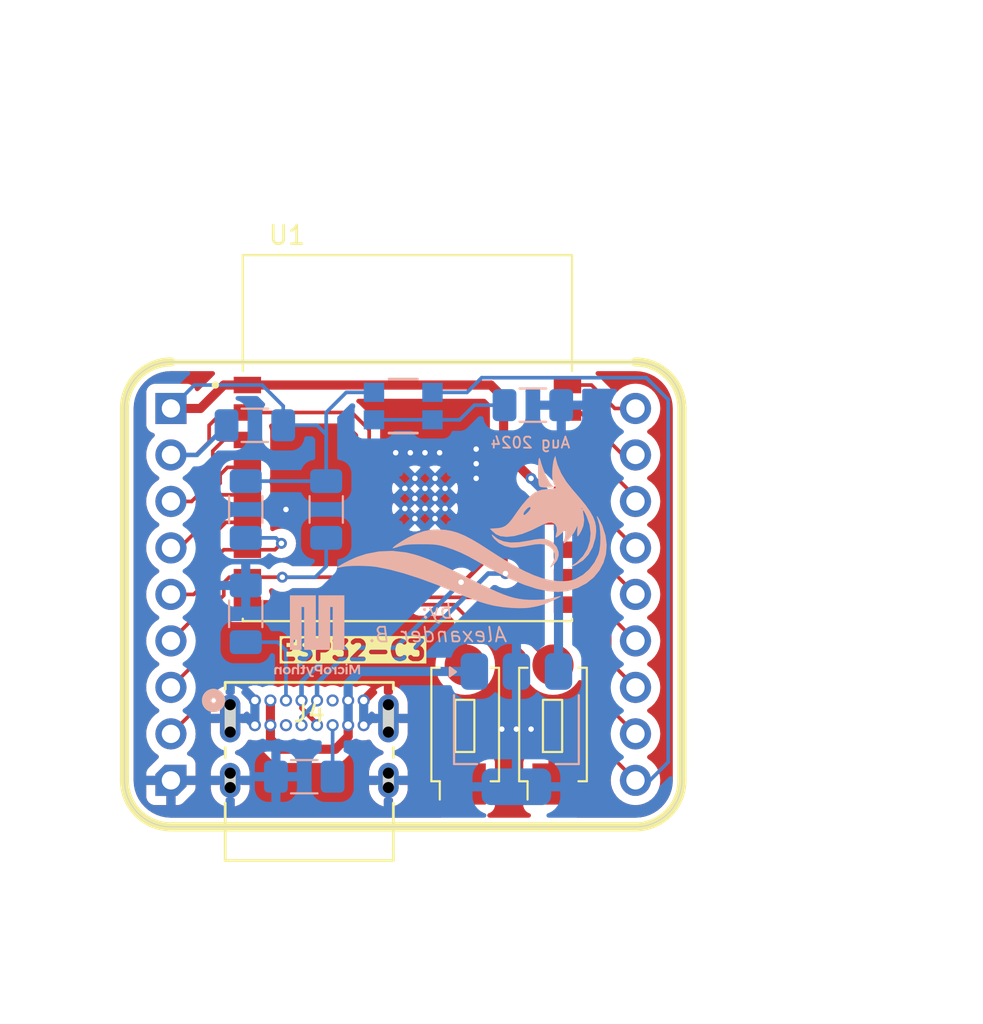
<source format=kicad_pcb>
(kicad_pcb (version 20241229) (generator "pcbnew") (generator_version "9.0")
  (layers (0 "F.Cu" signal) (2 "B.Cu" signal) (13 "F.Paste" user) (15 "B.Paste" user) (5 "F.SilkS" user "F.Silkscreen") (7 "B.SilkS" user "B.Silkscreen") (1 "F.Mask" user) (3 "B.Mask" user) (25 "Edge.Cuts" user))
  (net 0 "")
  (net 1 "GPIO3")
  (net 2 "GND")
  (net 3 "GPIO2")
  (net 4 "GPIO1")
  (net 5 "GPIO0")
  (net 6 "GPIO4")
  (net 7 "VBUS")
  (net 8 "GPIO7")
  (net 9 "USB_D+")
  (net 10 "UART-RX")
  (net 11 "USB_D-")
  (net 12 "GPIO5")
  (net 13 "GPIO8")
  (net 14 "UART-TX")
  (net 15 "GPIO10")
  (net 16 "EN")
  (net 17 "GPIO9")
  (net 18 "3V3")
  (net 19 "GPIO6")
  (net 20 "Net-(LED1-GND-Pad1)")
  (net 21 "Net-(J4-CC2)")
  (net 22 "Net-(J4-CC1)")
  (footprint "Alexander Footprint Library:ESP32-C3-WROOM-02-H4" (layer "F.Cu") (at 156.94 61.1)
    (property "Reference" "U1" (at -6.575 -11.085 0) (layer "F.SilkS"))
    (property "Value" "ESP32-C3-WROOM-02-N4")
    (pad "1" smd rect (at -8.75 -2.9) (size 1.5 0.9) (layers "F.Cu" "F.Mask" "F.Paste") (net 18 "3V3"))
    (pad "2" smd rect (at -8.75 -1.4) (size 1.5 0.9) (layers "F.Cu" "F.Mask" "F.Paste") (net 16 "EN"))
    (pad "3" smd rect (at -8.75 0.1) (size 1.5 0.9) (layers "F.Cu" "F.Mask" "F.Paste") (net 6 "GPIO4"))
    (pad "4" smd rect (at -8.75 1.6) (size 1.5 0.9) (layers "F.Cu" "F.Mask" "F.Paste") (net 12 "GPIO5"))
    (pad "5" smd rect (at -8.75 3.1) (size 1.5 0.9) (layers "F.Cu" "F.Mask" "F.Paste") (net 19 "GPIO6"))
    (pad "6" smd rect (at -8.75 4.6) (size 1.5 0.9) (layers "F.Cu" "F.Mask" "F.Paste") (net 8 "GPIO7"))
    (pad "7" smd rect (at -8.75 6.1) (size 1.5 0.9) (layers "F.Cu" "F.Mask" "F.Paste") (net 13 "GPIO8"))
    (pad "8" smd rect (at -8.75 7.6) (size 1.5 0.9) (layers "F.Cu" "F.Mask" "F.Paste") (net 17 "GPIO9"))
    (pad "9" smd rect (at -8.75 9.1) (size 1.5 0.9) (layers "F.Cu" "F.Mask" "F.Paste") (net 2 "GND"))
    (pad "10" smd rect (at 8.75 9.1) (size 1.5 0.9) (layers "F.Cu" "F.Mask" "F.Paste") (net 15 "GPIO10"))
    (pad "11" smd rect (at 8.75 7.6) (size 1.5 0.9) (layers "F.Cu" "F.Mask" "F.Paste") (net 10 "UART-RX"))
    (pad "12" smd rect (at 8.75 6.1) (size 1.5 0.9) (layers "F.Cu" "F.Mask" "F.Paste") (net 14 "UART-TX"))
    (pad "13" smd rect (at 8.75 4.6) (size 1.5 0.9) (layers "F.Cu" "F.Mask" "F.Paste") (net 11 "USB_D-"))
    (pad "14" smd rect (at 8.75 3.1) (size 1.5 0.9) (layers "F.Cu" "F.Mask" "F.Paste") (net 9 "USB_D+"))
    (pad "15" smd rect (at 8.75 1.6) (size 1.5 0.9) (layers "F.Cu" "F.Mask" "F.Paste") (net 1 "GPIO3"))
    (pad "16" smd rect (at 8.75 0.1) (size 1.5 0.9) (layers "F.Cu" "F.Mask" "F.Paste") (net 3 "GPIO2"))
    (pad "17" smd rect (at 8.75 -1.4) (size 1.5 0.9) (layers "F.Cu" "F.Mask" "F.Paste") (net 4 "GPIO1"))
    (pad "18" smd rect (at 8.75 -2.9) (size 1.5 0.9) (layers "F.Cu" "F.Mask" "F.Paste") (net 5 "GPIO0"))
    (pad "19" smd rect (at -0.14 2.2) (size 0.7 0.7) (layers "F.Cu" "F.Mask" "F.Paste") (net 2 "GND"))
    (pad "20" smd rect (at 0.96 2.2) (size 0.7 0.7) (layers "F.Cu" "F.Mask" "F.Paste") (net 2 "GND"))
    (pad "21" smd rect (at 2.06 2.2) (size 0.7 0.7) (layers "F.Cu" "F.Mask" "F.Paste") (net 2 "GND"))
    (pad "22" smd rect (at -0.14 3.3) (size 0.7 0.7) (layers "F.Cu" "F.Mask" "F.Paste") (net 2 "GND"))
    (pad "23" smd rect (at 0.96 3.3) (size 0.7 0.7) (layers "F.Cu" "F.Mask" "F.Paste") (net 2 "GND"))
    (pad "24" smd rect (at 2.06 3.3) (size 0.7 0.7) (layers "F.Cu" "F.Mask" "F.Paste") (net 2 "GND"))
    (pad "25" smd rect (at -0.14 4.4) (size 0.7 0.7) (layers "F.Cu" "F.Mask" "F.Paste") (net 2 "GND"))
    (pad "26" smd rect (at 0.96 4.4) (size 0.7 0.7) (layers "F.Cu" "F.Mask" "F.Paste") (net 2 "GND"))
    (pad "27" smd rect (at 2.06 4.4) (size 0.7 0.7) (layers "F.Cu" "F.Mask" "F.Paste") (net 2 "GND"))
    (pad "28" thru_hole circle (at 0.41 2.2) (size 0.4 0.4) (drill 0.3) (layers "*.Cu") (net 2 "GND"))
    (pad "29" thru_hole circle (at 1.51 2.2) (size 0.4 0.4) (drill 0.3) (layers "*.Cu") (net 2 "GND"))
    (pad "30" thru_hole circle (at -0.14 2.75) (size 0.4 0.4) (drill 0.3) (layers "*.Cu") (net 2 "GND"))
    (pad "31" thru_hole circle (at 0.96 2.75) (size 0.4 0.4) (drill 0.3) (layers "*.Cu") (net 2 "GND"))
    (pad "32" thru_hole circle (at 2.06 2.75) (size 0.4 0.4) (drill 0.3) (layers "*.Cu") (net 2 "GND"))
    (pad "33" thru_hole circle (at 0.41 3.3) (size 0.4 0.4) (drill 0.3) (layers "*.Cu") (net 2 "GND"))
    (pad "34" thru_hole circle (at 1.51 3.3) (size 0.4 0.4) (drill 0.3) (layers "*.Cu") (net 2 "GND"))
    (pad "35" thru_hole circle (at -0.14 3.85) (size 0.4 0.4) (drill 0.3) (layers "*.Cu") (net 2 "GND"))
    (pad "36" thru_hole circle (at 0.96 3.85) (size 0.4 0.4) (drill 0.3) (layers "*.Cu") (net 2 "GND"))
    (pad "37" thru_hole circle (at 2.06 3.85) (size 0.4 0.4) (drill 0.3) (layers "*.Cu") (net 2 "GND"))
    (pad "38" thru_hole circle (at 0.41 4.4) (size 0.4 0.4) (drill 0.3) (layers "*.Cu") (net 2 "GND"))
    (pad "39" thru_hole circle (at 1.51 4.4) (size 0.4 0.4) (drill 0.3) (layers "*.Cu") (net 2 "GND"))
    (zone (net 0) (net_name "") (layer "F.Cu") (connect_pads (clearance 0)) (min_thickness 0.01)
      (keepout (tracks not_allowed) (vias not_allowed) (pads not_allowed) (copperpour not_allowed) (footprints allowed))
      (fill (thermal_gap 0.508) (thermal_bridge_width 0.508))
      (polygon (pts (xy 147.94 51.1) (xy 165.94 51.1) (xy 165.94 57.1) (xy 147.94 57.1)))
    )
    (zone (net 0) (net_name "") (layer "B.Cu") (connect_pads (clearance 0)) (min_thickness 0.01)
      (keepout (tracks not_allowed) (vias not_allowed) (pads not_allowed) (copperpour not_allowed) (footprints allowed))
      (fill (thermal_gap 0.508) (thermal_bridge_width 0.508))
      (polygon (pts (xy 147.94 51.1) (xy 165.94 51.1) (xy 165.94 57.1) (xy 147.94 57.1)))
    )
  )
  (footprint "Alexander Footprint Library:SW_PUSH_6x3.5mm" (layer "F.Cu") (at 160.1 80 90)
    (property "Reference" "SW1" (hide yes))
    (property "Value" "SW_Push_SMD_6x3.5")
    (pad "1" smd rect (at 0 0 180) (size 2.25 2.25) (layers "F.Cu" "F.Mask" "F.Paste") (net 2 "GND"))
    (pad "2" smd oval (at 6.5 0 180) (size 2.25 2.25) (layers "F.Cu" "F.Mask" "F.Paste") (net 17 "GPIO9"))
  )
  (footprint "Alexander Footprint Library:USB-C GCT CONN16_USB4085-GF-A" (layer "F.Cu") (at 148.600015 75.435)
    (property "Reference" "J4" (at 2.975 0.675 0) (layer "F.SilkS"))
    (property "Value" "USB-C_Receptacle_Data_16P_GCT-USB4085")
    (fp_line (start -1.35 1.729301) (end -1.35 0.230701) (stroke (width 0.6096)) (layer "Edge.Cuts"))
    (fp_line (start -1.349985 4.7587) (end -1.349985 3.9713) (stroke (width 0.6096)) (layer "Edge.Cuts"))
    (fp_line (start 7.299985 1.7293) (end 7.299985 0.2307) (stroke (width 0.6096)) (layer "Edge.Cuts"))
    (fp_line (start 7.299985 4.7587) (end 7.299985 3.9713) (stroke (width 0.6096)) (layer "Edge.Cuts"))
    (pad "" np_thru_hole circle (at -1.35 0.230701) (size 0.6096 0.6096) (drill 0.6096) (layers))
    (pad "" np_thru_hole circle (at -1.35 1.729301) (size 0.6096 0.6096) (drill 0.6096) (layers))
    (pad "" np_thru_hole circle (at -1.349985 3.9713) (size 0.6096 0.6096) (drill 0.6096) (layers))
    (pad "" np_thru_hole circle (at -1.349985 4.7587) (size 0.6096 0.6096) (drill 0.6096) (layers))
    (pad "" np_thru_hole circle (at 7.299985 0.2307) (size 0.6096 0.6096) (drill 0.6096) (layers))
    (pad "" np_thru_hole circle (at 7.299985 1.7293) (size 0.6096 0.6096) (drill 0.6096) (layers))
    (pad "" np_thru_hole circle (at 7.299985 3.9713) (size 0.6096 0.6096) (drill 0.6096) (layers))
    (pad "" np_thru_hole circle (at 7.299985 4.7587) (size 0.6096 0.6096) (drill 0.6096) (layers))
    (pad "A1" thru_hole circle (at 0 0) (size 0.6604 0.6604) (drill 0.4064) (layers "*.Cu" "*.Mask") (net 2 "GND"))
    (pad "A4" thru_hole circle (at 0.850001 0) (size 0.6604 0.6604) (drill 0.4064) (layers "*.Cu" "*.Mask") (net 7 "VBUS"))
    (pad "A5" thru_hole circle (at 1.699999 0) (size 0.6604 0.6604) (drill 0.4064) (layers "*.Cu" "*.Mask") (net 22 "Net-(J4-CC1)"))
    (pad "A6" thru_hole circle (at 2.55 0) (size 0.6604 0.6604) (drill 0.4064) (layers "*.Cu" "*.Mask") (net 9 "USB_D+"))
    (pad "A7" thru_hole circle (at 3.400001 0) (size 0.6604 0.6604) (drill 0.4064) (layers "*.Cu" "*.Mask") (net 11 "USB_D-"))
    (pad "A8" thru_hole circle (at 4.250002 0) (size 0.6604 0.6604) (drill 0.4064) (layers "*.Cu" "*.Mask"))
    (pad "A9" thru_hole circle (at 5.1 0) (size 0.6604 0.6604) (drill 0.4064) (layers "*.Cu" "*.Mask") (net 7 "VBUS"))
    (pad "A12" thru_hole circle (at 5.950001 0) (size 0.6604 0.6604) (drill 0.4064) (layers "*.Cu" "*.Mask") (net 2 "GND"))
    (pad "B1" thru_hole circle (at 5.950001 1.35) (size 0.6604 0.6604) (drill 0.4064) (layers "*.Cu" "*.Mask") (net 2 "GND"))
    (pad "B4" thru_hole circle (at 5.1 1.35) (size 0.6604 0.6604) (drill 0.4064) (layers "*.Cu" "*.Mask") (net 7 "VBUS"))
    (pad "B5" thru_hole circle (at 4.250002 1.35) (size 0.6604 0.6604) (drill 0.4064) (layers "*.Cu" "*.Mask") (net 21 "Net-(J4-CC2)"))
    (pad "B6" thru_hole circle (at 3.400001 1.35) (size 0.6604 0.6604) (drill 0.4064) (layers "*.Cu" "*.Mask") (net 9 "USB_D+"))
    (pad "B7" thru_hole circle (at 2.55 1.35) (size 0.6604 0.6604) (drill 0.4064) (layers "*.Cu" "*.Mask") (net 11 "USB_D-"))
    (pad "B8" thru_hole circle (at 1.699999 1.35) (size 0.6604 0.6604) (drill 0.4064) (layers "*.Cu" "*.Mask"))
    (pad "B9" thru_hole circle (at 0.850001 1.35) (size 0.6604 0.6604) (drill 0.4064) (layers "*.Cu" "*.Mask") (net 7 "VBUS"))
    (pad "B12" thru_hole circle (at 0 1.35) (size 0.6604 0.6604) (drill 0.4064) (layers "*.Cu" "*.Mask") (net 2 "GND"))
    (pad "S1" thru_hole oval (at -1.349985 4.365 90) (size 1.905 1.1176) (drill 0.0254) (layers "*.Cu" "*.Mask") (net 2 "GND"))
    (pad "S2" thru_hole oval (at 7.299985 4.365 90) (size 1.905 1.1176) (drill 0.0254) (layers "*.Cu" "*.Mask") (net 2 "GND"))
    (pad "S3" thru_hole oval (at -1.35 0.980001 90) (size 2.6162 1.1176) (drill 0.0254) (layers "*.Cu" "*.Mask") (net 2 "GND"))
    (pad "S4" thru_hole oval (at 7.299985 0.98 90) (size 2.6162 1.1176) (drill 0.0254) (layers "*.Cu" "*.Mask") (net 2 "GND"))
  )
  (footprint "Alexander Footprint Library:Conn_ESP32-C3-WROOM-02" (layer "F.Cu") (at 159.25 64.56)
    (property "Reference" "J2" (hide yes))
    (property "Value" "~")
    (fp_line (start -17.78 15.24) (end -17.78 -5.08) (stroke (width 0.05)) (layer "Edge.Cuts"))
    (fp_line (start -15.24 -7.62) (end 10.16 -7.62) (stroke (width 0.05)) (layer "Edge.Cuts"))
    (fp_line (start 10.16 17.78) (end -15.24 17.78) (stroke (width 0.05)) (layer "Edge.Cuts"))
    (fp_line (start 12.7 -5.08) (end 12.7 15.24) (stroke (width 0.05)) (layer "Edge.Cuts"))
    (fp_arc (start -17.78 -5.08) (mid -17.036051 -6.876051) (end -15.24 -7.62) (stroke (width 0.05)) (layer "Edge.Cuts"))
    (fp_arc (start -15.24 17.78) (mid -17.036051 17.036051) (end -17.78 15.24) (stroke (width 0.05)) (layer "Edge.Cuts"))
    (fp_arc (start 10.16 -7.62) (mid 11.956051 -6.876051) (end 12.7 -5.08) (stroke (width 0.05)) (layer "Edge.Cuts"))
    (fp_arc (start 12.7 15.24) (mid 11.956051 17.036051) (end 10.16 17.78) (stroke (width 0.05)) (layer "Edge.Cuts"))
    (pad "1" thru_hole rect (at -15.24 -5.08) (size 1.7 1.7) (drill 1) (layers "*.Cu" "*.Mask") (net 18 "3V3"))
    (pad "2" thru_hole circle (at -15.24 -2.54) (size 1.7 1.7) (drill 1) (layers "*.Cu" "*.Mask") (net 16 "EN"))
    (pad "3" thru_hole circle (at -15.24 0) (size 1.7 1.7) (drill 1) (layers "*.Cu" "*.Mask") (net 6 "GPIO4"))
    (pad "4" thru_hole circle (at -15.24 2.54) (size 1.7 1.7) (drill 1) (layers "*.Cu" "*.Mask") (net 12 "GPIO5"))
    (pad "5" thru_hole circle (at -15.24 5.08) (size 1.7 1.7) (drill 1) (layers "*.Cu" "*.Mask") (net 19 "GPIO6"))
    (pad "6" thru_hole circle (at -15.24 7.62) (size 1.7 1.7) (drill 1) (layers "*.Cu" "*.Mask") (net 8 "GPIO7"))
    (pad "7" thru_hole circle (at -15.24 10.16) (size 1.7 1.7) (drill 1) (layers "*.Cu" "*.Mask") (net 13 "GPIO8"))
    (pad "8" thru_hole circle (at -15.24 12.7) (size 1.7 1.7) (drill 1) (layers "*.Cu" "*.Mask") (net 17 "GPIO9"))
    (pad "9" thru_hole roundrect (at -15.24 15.24) (size 1.7 1.7) (drill 1) (layers "*.Cu" "*.Mask") (roundrect_rratio 0) (chamfer_ratio 0.3) (chamfer top_left bottom_right) (net 2 "GND"))
    (pad "10" thru_hole circle (at 10.16 15.24) (size 1.7 1.7) (drill 1) (layers "*.Cu" "*.Mask") (net 15 "GPIO10"))
    (pad "11" thru_hole circle (at 10.16 12.7) (size 1.7 1.7) (drill 1) (layers "*.Cu" "*.Mask") (net 10 "UART-RX"))
    (pad "12" thru_hole circle (at 10.16 10.16) (size 1.7 1.7) (drill 1) (layers "*.Cu" "*.Mask") (net 14 "UART-TX"))
    (pad "13" thru_hole circle (at 10.16 7.62) (size 1.7 1.7) (drill 1) (layers "*.Cu" "*.Mask") (net 11 "USB_D-"))
    (pad "14" thru_hole circle (at 10.16 5.08) (size 1.7 1.7) (drill 1) (layers "*.Cu" "*.Mask") (net 9 "USB_D+"))
    (pad "15" thru_hole circle (at 10.16 2.54) (size 1.7 1.7) (drill 1) (layers "*.Cu" "*.Mask") (net 1 "GPIO3"))
    (pad "16" thru_hole circle (at 10.16 0) (size 1.7 1.7) (drill 1) (layers "*.Cu" "*.Mask") (net 3 "GPIO2"))
    (pad "17" thru_hole circle (at 10.16 -2.54) (size 1.7 1.7) (drill 1) (layers "*.Cu" "*.Mask") (net 4 "GPIO1"))
    (pad "18" thru_hole circle (at 10.16 -5.08) (size 1.7 1.7) (drill 1) (layers "*.Cu" "*.Mask") (net 5 "GPIO0"))
  )
  (footprint "Alexander Footprint Library:SW_PUSH_6x3.5mm" (layer "F.Cu") (at 164.9 80 90)
    (property "Reference" "SW2" (hide yes))
    (property "Value" "SW_Push_SMD_6x3.5")
    (pad "1" smd rect (at 0 0 180) (size 2.25 2.25) (layers "F.Cu" "F.Mask" "F.Paste") (net 2 "GND"))
    (pad "2" smd oval (at 6.5 0 180) (size 2.25 2.25) (layers "F.Cu" "F.Mask" "F.Paste") (net 16 "EN"))
  )
  (footprint "Resistor_SMD:R_1206_3216Metric_Pad1.30x1.75mm_HandSolder" (layer "B.Cu") (at 152.5 65 -90)
    (property "Reference" "R8" (hide yes))
    (property "Value" "2K2")
    (pad "1" smd roundrect (at -1.55 0 270) (size 1.3 1.75) (layers "B.Cu" "B.Mask" "B.Paste") (roundrect_rratio 0.192308) (net 18 "3V3"))
    (pad "2" smd roundrect (at 1.55 0 270) (size 1.3 1.75) (layers "B.Cu" "B.Mask" "B.Paste") (roundrect_rratio 0.192308) (net 17 "GPIO9"))
  )
  (footprint "LOGO" (layer "B.Cu") (at 160.4 66.2 180)
    (property "Reference" "G***" (hide yes))
    (property "Value" "LOGO" (hide yes))
  )
  (footprint "Alexander Footprint Library:B1552_HVK-M" (layer "B.Cu") (at 156.71 59.350001)
    (property "Reference" "LED1" (hide yes))
    (property "Value" "LED-RED-GREEN-B1552USUG20D")
    (pad "1" smd rect (at -1.6002 0.750001) (size 1.1176 1.0414) (layers "B.Cu" "B.Mask" "B.Paste") (net 20 "Net-(LED1-GND-Pad1)"))
    (pad "2" smd rect (at -1.6002 -0.750001) (size 1.1176 1.0414) (layers "B.Cu" "B.Mask" "B.Paste") (net 18 "3V3"))
    (pad "3" smd rect (at 1.6002 -0.750001) (size 1.1176 1.0414) (layers "B.Cu" "B.Mask" "B.Paste") (net 15 "GPIO10"))
    (pad "4" smd rect (at 1.6002 0.750001) (size 1.1176 1.0414) (layers "B.Cu" "B.Mask" "B.Paste") (net 20 "Net-(LED1-GND-Pad1)"))
  )
  (footprint "Resistor_SMD:R_1206_3216Metric_Pad1.30x1.75mm_HandSolder" (layer "B.Cu") (at 151.3 79.6)
    (property "Reference" "R9" (hide yes))
    (property "Value" "5k1")
    (pad "1" smd roundrect (at -1.55 0) (size 1.3 1.75) (layers "B.Cu" "B.Mask" "B.Paste") (roundrect_rratio 0.192308) (net 2 "GND"))
    (pad "2" smd roundrect (at 1.55 0) (size 1.3 1.75) (layers "B.Cu" "B.Mask" "B.Paste") (roundrect_rratio 0.192308) (net 21 "Net-(J4-CC2)"))
  )
  (footprint "Resistor_SMD:R_1206_3216Metric_Pad1.30x1.75mm_HandSolder" (layer "B.Cu") (at 148.1 70.7 -90)
    (property "Reference" "R10" (hide yes))
    (property "Value" "5k1")
    (pad "1" smd roundrect (at -1.55 0 270) (size 1.3 1.75) (layers "B.Cu" "B.Mask" "B.Paste") (roundrect_rratio 0.192308) (net 2 "GND"))
    (pad "2" smd roundrect (at 1.55 0 270) (size 1.3 1.75) (layers "B.Cu" "B.Mask" "B.Paste") (roundrect_rratio 0.192308) (net 22 "Net-(J4-CC1)"))
  )
  (footprint "Resistor_SMD:R_1206_3216Metric_Pad1.30x1.75mm_HandSolder" (layer "B.Cu") (at 148.1 65 -90)
    (property "Reference" "R7" (hide yes))
    (property "Value" "2K2")
    (pad "1" smd roundrect (at -1.55 0 270) (size 1.3 1.75) (layers "B.Cu" "B.Mask" "B.Paste") (roundrect_rratio 0.192308) (net 18 "3V3"))
    (pad "2" smd roundrect (at 1.55 0 270) (size 1.3 1.75) (layers "B.Cu" "B.Mask" "B.Paste") (roundrect_rratio 0.192308) (net 13 "GPIO8"))
  )
  (footprint "Package_TO_SOT_SMD:SOT-223-3_TabPin2" (layer "B.Cu") (at 162.9 77 -90)
    (property "Reference" "U2" (hide yes))
    (property "Value" "AMS1117-3V3")
    (pad "1" smd roundrect (at -3.15 2.3 270) (size 2 1.5) (layers "B.Cu" "B.Mask" "B.Paste") (net 7 "VBUS"))
    (pad "2" smd roundrect (at -3.15 0 270) (size 2 1.5) (layers "B.Cu" "B.Mask" "B.Paste") (net 2 "GND"))
    (pad "2" smd roundrect (at 3.15 0 270) (size 2 3.8) (layers "B.Cu" "B.Mask" "B.Paste") (net 2 "GND"))
    (pad "3" smd roundrect (at -3.15 -2.3 270) (size 2 1.5) (layers "B.Cu" "B.Mask" "B.Paste") (net 18 "3V3"))
  )
  (footprint "Resistor_SMD:R_1206_3216Metric_Pad1.30x1.75mm_HandSolder" (layer "B.Cu") (at 148.6 60.4 180)
    (property "Reference" "R1" (hide yes))
    (property "Value" "10k")
    (pad "1" smd roundrect (at -1.55 0 180) (size 1.3 1.75) (layers "B.Cu" "B.Mask" "B.Paste") (roundrect_rratio 0.192308) (net 18 "3V3"))
    (pad "2" smd roundrect (at 1.55 0 180) (size 1.3 1.75) (layers "B.Cu" "B.Mask" "B.Paste") (roundrect_rratio 0.192308) (net 16 "EN"))
  )
  (footprint "Resistor_SMD:R_1206_3216Metric_Pad1.30x1.75mm_HandSolder" (layer "B.Cu") (at 163.8 59.3 180)
    (property "Reference" "R4" (hide yes))
    (property "Value" "5k1")
    (pad "1" smd roundrect (at -1.55 0 180) (size 1.3 1.75) (layers "B.Cu" "B.Mask" "B.Paste") (roundrect_rratio 0.192308) (net 2 "GND"))
    (pad "2" smd roundrect (at 1.55 0 180) (size 1.3 1.75) (layers "B.Cu" "B.Mask" "B.Paste") (roundrect_rratio 0.192308) (net 20 "Net-(LED1-GND-Pad1)"))
  )
  (footprint "LOGO" (layer "B.Cu") (at 152 71.8 180)
    (property "Reference" "G***" (hide yes))
    (property "Value" "LOGO" (hide yes))
  )
  (gr_text "ESP32-C3" (at 149.8 73.3 0) (layer "F.SilkS" knockout) (effects (font (size 1 1) (thickness 0.25) (bold yes)) (justify left bottom)))
  (gr_text "by:\nAlexander B." (at 158.6 71.2 0) (layer "B.SilkS") (effects (font (size 0.8 0.8) (thickness 0.1) (italic yes)) (justify mirror)))
  (gr_text "Aug 2024" (at 165.9 61.7 0) (layer "B.SilkS") (effects (font (size 0.6 0.6) (thickness 0.1)) (justify left bottom mirror)))
  (segment (start 166.9 62.7) (end 167.8 63.6) (width 0.2) (layer "F.Cu") (net 1))
  (segment (start 167.8 65.49) (end 169.41 67.1) (width 0.2) (layer "F.Cu") (net 1))
  (segment (start 167.8 63.6) (end 167.8 65.49) (width 0.2) (layer "F.Cu") (net 1))
  (segment (start 165.69 62.7) (end 166.9 62.7) (width 0.2) (layer "F.Cu") (net 1))
  (via (at 163.7 77) (size 0.6) (drill 0.3) (layers "F.Cu" "B.Cu") (net 2))
  (via (at 156.3 61.9) (size 0.6) (drill 0.3) (layers "F.Cu" "B.Cu") (net 2))
  (via (at 162.1 77) (size 0.6) (drill 0.3) (layers "F.Cu" "B.Cu") (net 2))
  (via (at 160.7 61.7) (size 0.6) (drill 0.3) (layers "F.Cu" "B.Cu") (net 2))
  (via (at 157.9 61.9) (size 0.6) (drill 0.3) (layers "F.Cu" "B.Cu") (net 2))
  (via (at 150.3 65) (size 0.6) (drill 0.3) (layers "F.Cu" "B.Cu") (net 2))
  (via (at 157.1 61.9) (size 0.6) (drill 0.3) (layers "F.Cu" "B.Cu") (net 2))
  (via (at 160.7 62.5) (size 0.6) (drill 0.3) (layers "F.Cu" "B.Cu") (net 2))
  (via (at 162.9 77) (size 0.6) (drill 0.3) (layers "F.Cu" "B.Cu") (net 2))
  (via (at 158.7 61.9) (size 0.6) (drill 0.3) (layers "F.Cu" "B.Cu") (net 2))
  (via (at 160.7 63.3) (size 0.6) (drill 0.3) (layers "F.Cu" "B.Cu") (net 2))
  (segment (start 148.600015 75.435) (end 148.600015 76.785) (width 0.5) (layer "B.Cu") (net 2))
  (segment (start 154.550016 75.435) (end 154.550016 76.785) (width 0.5) (layer "B.Cu") (net 2))
  (segment (start 165.69 61.2) (end 166.3 61.2) (width 0.2) (layer "F.Cu") (net 3))
  (segment (start 166.3 61.2) (end 169.41 64.31) (width 0.2) (layer "F.Cu") (net 3))
  (segment (start 169.41 64.31) (end 169.41 64.56) (width 0.2) (layer "F.Cu") (net 3))
  (segment (start 165.69 59.7) (end 166.4 59.7) (width 0.2) (layer "F.Cu") (net 4))
  (segment (start 166.4 59.7) (end 168.72 62.02) (width 0.2) (layer "F.Cu") (net 4))
  (segment (start 168.72 62.02) (end 169.41 62.02) (width 0.2) (layer "F.Cu") (net 4))
  (segment (start 168.28 59.48) (end 167 58.2) (width 0.2) (layer "F.Cu") (net 5))
  (segment (start 167 58.2) (end 165.69 58.2) (width 0.2) (layer "F.Cu") (net 5))
  (segment (start 169.41 59.48) (end 168.28 59.48) (width 0.2) (layer "F.Cu") (net 5))
  (segment (start 148.19 61.2) (end 146.9 61.2) (width 0.2) (layer "F.Cu") (net 6))
  (segment (start 146.9 61.2) (end 146.3 61.8) (width 0.2) (layer "F.Cu") (net 6))
  (segment (start 146.3 63.4) (end 145.14 64.56) (width 0.2) (layer "F.Cu") (net 6))
  (segment (start 146.3 61.8) (end 146.3 63.4) (width 0.2) (layer "F.Cu") (net 6))
  (segment (start 145.14 64.56) (end 144.01 64.56) (width 0.2) (layer "F.Cu") (net 6))
  (segment (start 153 78.1) (end 153.700015 77.399985) (width 0.5) (layer "F.Cu") (net 7))
  (segment (start 149.450016 76.785) (end 149.450016 77.550016) (width 0.5) (layer "F.Cu") (net 7))
  (segment (start 153.700015 77.399985) (end 153.700015 76.785) (width 0.5) (layer "F.Cu") (net 7))
  (segment (start 149.450016 75.435) (end 149.450016 76.785) (width 0.5) (layer "F.Cu") (net 7))
  (segment (start 149.450016 77.550016) (end 150 78.1) (width 0.5) (layer "F.Cu") (net 7))
  (segment (start 150 78.1) (end 153 78.1) (width 0.5) (layer "F.Cu") (net 7))
  (segment (start 153.700015 76.785) (end 153.700015 75.435) (width 0.5) (layer "B.Cu") (net 7))
  (segment (start 153.700015 74.499985) (end 154.35 73.85) (width 0.5) (layer "B.Cu") (net 7))
  (segment (start 153.700015 75.435) (end 153.700015 74.499985) (width 0.5) (layer "B.Cu") (net 7))
  (segment (start 154.35 73.85) (end 160.6 73.85) (width 0.5) (layer "B.Cu") (net 7))
  (segment (start 148.19 65.7) (end 147.015686 65.7) (width 0.2) (layer "F.Cu") (net 8))
  (segment (start 146.1 66.615686) (end 146.1 69.358628) (width 0.2) (layer "F.Cu") (net 8))
  (segment (start 146.1 69.358628) (end 145.8 69.658628) (width 0.2) (layer "F.Cu") (net 8))
  (segment (start 145.8 69.658628) (end 145.8 70.39) (width 0.2) (layer "F.Cu") (net 8))
  (segment (start 147.015686 65.7) (end 146.1 66.615686) (width 0.2) (layer "F.Cu") (net 8))
  (segment (start 145.8 70.39) (end 144.01 72.18) (width 0.2) (layer "F.Cu") (net 8))
  (segment (start 163.8 65.175) (end 163.8 64.7) (width 0.25) (layer "F.Cu") (net 9))
  (segment (start 167.4 65.655686) (end 167.8 66.055686) (width 0.2) (layer "F.Cu") (net 9))
  (segment (start 167.8 66.055686) (end 167.8 68.03) (width 0.2) (layer "F.Cu") (net 9))
  (segment (start 164.3 64.2) (end 165.69 64.2) (width 0.25) (layer "F.Cu") (net 9))
  (segment (start 166.8 64.2) (end 167.4 64.8) (width 0.2) (layer "F.Cu") (net 9))
  (segment (start 167.4 64.8) (end 167.4 65.655686) (width 0.2) (layer "F.Cu") (net 9))
  (segment (start 163.8 64.7) (end 164.3 64.2) (width 0.25) (layer "F.Cu") (net 9))
  (segment (start 152.000016 76.708408) (end 152.000016 76.785) (width 0.25) (layer "F.Cu") (net 9))
  (segment (start 167.8 68.03) (end 169.41 69.64) (width 0.2) (layer "F.Cu") (net 9))
  (segment (start 165.69 64.2) (end 166.8 64.2) (width 0.2) (layer "F.Cu") (net 9))
  (segment (start 151.150015 75.858407) (end 152.000016 76.708408) (width 0.25) (layer "F.Cu") (net 9))
  (segment (start 151.150015 75.435) (end 151.150015 75.858407) (width 0.25) (layer "F.Cu") (net 9))
  (segment (start 160 68.975) (end 163.8 65.175) (width 0.25) (layer "F.Cu") (net 9))
  (segment (start 159.875 68.975) (end 160 68.975) (width 0.25) (layer "F.Cu") (net 9))
  (via (at 159.875 68.975) (size 0.6) (drill 0.3) (layers "F.Cu" "B.Cu") (net 9))
  (segment (start 159.875 68.975) (end 156.3 72.55) (width 0.25) (layer "B.Cu") (net 9))
  (segment (start 153.013604 72.55) (end 151.150015 74.413589) (width 0.25) (layer "B.Cu") (net 9))
  (segment (start 151.150015 74.413589) (end 151.150015 75.435) (width 0.25) (layer "B.Cu") (net 9))
  (segment (start 156.3 72.55) (end 153.013604 72.55) (width 0.25) (layer "B.Cu") (net 9))
  (segment (start 167 69.71) (end 167 70.901372) (width 0.2) (layer "F.Cu") (net 10))
  (segment (start 167.6 71.501372) (end 167.6 75.45) (width 0.2) (layer "F.Cu") (net 10))
  (segment (start 165.99 68.7) (end 167 69.71) (width 0.2) (layer "F.Cu") (net 10))
  (segment (start 165.69 68.7) (end 165.99 68.7) (width 0.2) (layer "F.Cu") (net 10))
  (segment (start 167 70.901372) (end 167.6 71.501372) (width 0.2) (layer "F.Cu") (net 10))
  (segment (start 167.6 75.45) (end 169.41 77.26) (width 0.2) (layer "F.Cu") (net 10))
  (segment (start 163.911396 65.7) (end 165.69 65.7) (width 0.25) (layer "F.Cu") (net 11))
  (segment (start 166.5 65.7) (end 167.4 66.6) (width 0.2) (layer "F.Cu") (net 11))
  (segment (start 167.4 68.195686) (end 167.8 68.595686) (width 0.2) (layer "F.Cu") (net 11))
  (segment (start 167.8 70.57) (end 169.41 72.18) (width 0.2) (layer "F.Cu") (net 11))
  (segment (start 162.3 67.311396) (end 163.911396 65.7) (width 0.25) (layer "F.Cu") (net 11))
  (segment (start 167.8 68.595686) (end 167.8 70.57) (width 0.2) (layer "F.Cu") (net 11))
  (segment (start 162.3 68.5) (end 162.3 67.311396) (width 0.25) (layer "F.Cu") (net 11))
  (segment (start 167.4 66.6) (end 167.4 68.195686) (width 0.2) (layer "F.Cu") (net 11))
  (segment (start 165.69 65.7) (end 166.5 65.7) (width 0.2) (layer "F.Cu") (net 11))
  (via (at 162.3 68.5) (size 0.6) (drill 0.3) (layers "F.Cu" "B.Cu") (net 11))
  (segment (start 161.358884 68.5) (end 156.658884 73.2) (width 0.25) (layer "B.Cu") (net 11))
  (segment (start 151.150015 76.361593) (end 152.000016 75.511592) (width 0.25) (layer "B.Cu") (net 11))
  (segment (start 153.3 73.2) (end 152.000016 74.499984) (width 0.25) (layer "B.Cu") (net 11))
  (segment (start 156.658884 73.2) (end 153.3 73.2) (width 0.25) (layer "B.Cu") (net 11))
  (segment (start 152.000016 74.499984) (end 152.000016 75.435) (width 0.25) (layer "B.Cu") (net 11))
  (segment (start 152.000016 75.511592) (end 152.000016 75.435) (width 0.25) (layer "B.Cu") (net 11))
  (segment (start 151.150015 76.785) (end 151.150015 76.361593) (width 0.25) (layer "B.Cu") (net 11))
  (segment (start 162.3 68.5) (end 161.358884 68.5) (width 0.25) (layer "B.Cu") (net 11))
  (segment (start 148.19 62.7) (end 147.1 62.7) (width 0.2) (layer "F.Cu") (net 12))
  (segment (start 145.8 65.784314) (end 144.484314 67.1) (width 0.2) (layer "F.Cu") (net 12))
  (segment (start 146.7 63.1) (end 146.7 63.565686) (width 0.2) (layer "F.Cu") (net 12))
  (segment (start 146.7 63.565686) (end 145.8 64.465686) (width 0.2) (layer "F.Cu") (net 12))
  (segment (start 145.8 64.465686) (end 145.8 65.784314) (width 0.2) (layer "F.Cu") (net 12))
  (segment (start 144.484314 67.1) (end 144.01 67.1) (width 0.2) (layer "F.Cu") (net 12))
  (segment (start 147.1 62.7) (end 146.7 63.1) (width 0.2) (layer "F.Cu") (net 12))
  (segment (start 146.2 69.824313) (end 146.2 70.555686) (width 0.2) (layer "F.Cu") (net 13))
  (segment (start 145.6 71.155686) (end 145.6 73.13) (width 0.2) (layer "F.Cu") (net 13))
  (segment (start 145.6 73.13) (end 144.01 74.72) (width 0.2) (layer "F.Cu") (net 13))
  (segment (start 146.499999 69.524314) (end 146.2 69.824313) (width 0.2) (layer "F.Cu") (net 13))
  (segment (start 146.2 70.555686) (end 145.6 71.155686) (width 0.2) (layer "F.Cu") (net 13))
  (segment (start 150.05 66.85) (end 149.7 67.2) (width 0.2) (layer "F.Cu") (net 13))
  (segment (start 146.5 67.6) (end 146.499999 69.524314) (width 0.2) (layer "F.Cu") (net 13))
  (segment (start 149.7 67.2) (end 148.19 67.2) (width 0.2) (layer "F.Cu") (net 13))
  (segment (start 148.19 67.2) (end 146.9 67.2) (width 0.2) (layer "F.Cu") (net 13))
  (segment (start 146.9 67.2) (end 146.5 67.6) (width 0.2) (layer "F.Cu") (net 13))
  (via (at 150.05 66.85) (size 0.6) (drill 0.3) (layers "F.Cu" "B.Cu") (net 13))
  (segment (start 150.05 66.85) (end 149.75 66.55) (width 0.2) (layer "B.Cu") (net 13))
  (segment (start 149.75 66.55) (end 148.1 66.55) (width 0.2) (layer "B.Cu") (net 13))
  (segment (start 167.4 68.761372) (end 167.4 70.735686) (width 0.2) (layer "F.Cu") (net 14))
  (segment (start 167.4 70.735686) (end 168 71.335686) (width 0.2) (layer "F.Cu") (net 14))
  (segment (start 165.69 67.2) (end 166.3 67.2) (width 0.2) (layer "F.Cu") (net 14))
  (segment (start 167 68.361372) (end 167.4 68.761372) (width 0.2) (layer "F.Cu") (net 14))
  (segment (start 168 71.335686) (end 168 73.31) (width 0.2) (layer "F.Cu") (net 14))
  (segment (start 167 67.9) (end 167 68.361372) (width 0.2) (layer "F.Cu") (net 14))
  (segment (start 166.3 67.2) (end 167 67.9) (width 0.2) (layer "F.Cu") (net 14))
  (segment (start 168 73.31) (end 169.41 74.72) (width 0.2) (layer "F.Cu") (net 14))
  (segment (start 167.9 76.315686) (end 167.9 78.29) (width 0.2) (layer "F.Cu") (net 15))
  (segment (start 165.732942 70.2) (end 167.1 71.567058) (width 0.2) (layer "F.Cu") (net 15))
  (segment (start 167.9 78.29) (end 169.41 79.8) (width 0.2) (layer "F.Cu") (net 15))
  (segment (start 165.69 70.2) (end 165.732942 70.2) (width 0.2) (layer "F.Cu") (net 15))
  (segment (start 167.1 71.567058) (end 167.1 75.515686) (width 0.2) (layer "F.Cu") (net 15))
  (segment (start 167.1 75.515686) (end 167.9 76.315686) (width 0.2) (layer "F.Cu") (net 15))
  (segment (start 171.2 59) (end 170 57.8) (width 0.2) (layer "B.Cu") (net 15))
  (segment (start 169.41 79.8) (end 170.2 79.8) (width 0.2) (layer "B.Cu") (net 15))
  (segment (start 170.2 79.8) (end 171.2 78.8) (width 0.2) (layer "B.Cu") (net 15))
  (segment (start 171.2 78.8) (end 171.2 59) (width 0.2) (layer "B.Cu") (net 15))
  (segment (start 160.2 58.6) (end 158.3102 58.6) (width 0.2) (layer "B.Cu") (net 15))
  (segment (start 170 57.8) (end 161 57.8) (width 0.2) (layer "B.Cu") (net 15))
  (segment (start 161 57.8) (end 160.2 58.6) (width 0.2) (layer "B.Cu") (net 15))
  (segment (start 153.9 59.7) (end 154.85 60.65) (width 0.2) (layer "F.Cu") (net 16))
  (segment (start 146.8 59.7) (end 146.1 60.4) (width 0.2) (layer "F.Cu") (net 16))
  (segment (start 154.85 66.85) (end 157.8 69.8) (width 0.2) (layer "F.Cu") (net 16))
  (segment (start 145.38 62.02) (end 144.01 62.02) (width 0.2) (layer "F.Cu") (net 16))
  (segment (start 148.19 59.7) (end 153.9 59.7) (width 0.2) (layer "F.Cu") (net 16))
  (segment (start 154.85 60.65) (end 154.85 66.85) (width 0.2) (layer "F.Cu") (net 16))
  (segment (start 163.4 72) (end 164.9 73.5) (width 0.2) (layer "F.Cu") (net 16))
  (segment (start 146.1 60.4) (end 146.1 61.3) (width 0.2) (layer "F.Cu") (net 16))
  (segment (start 157.8 69.8) (end 162.2 69.8) (width 0.2) (layer "F.Cu") (net 16))
  (segment (start 162.2 69.8) (end 163.4 71) (width 0.2) (layer "F.Cu") (net 16))
  (segment (start 163.4 71) (end 163.4 72) (width 0.2) (layer "F.Cu") (net 16))
  (segment (start 148.19 59.7) (end 146.8 59.7) (width 0.2) (layer "F.Cu") (net 16))
  (segment (start 146.1 61.3) (end 145.38 62.02) (width 0.2) (layer "F.Cu") (net 16))
  (segment (start 147.05 60.4) (end 145.43 62.02) (width 0.25) (layer "B.Cu") (net 16))
  (segment (start 145.43 62.02) (end 144.01 62.02) (width 0.25) (layer "B.Cu") (net 16))
  (segment (start 145.8 75.47) (end 144.01 77.26) (width 0.2) (layer "F.Cu") (net 17))
  (segment (start 147.2 68.7) (end 146.9 69) (width 0.2) (layer "F.Cu") (net 17))
  (segment (start 146 73.295686) (end 145.8 73.495686) (width 0.2) (layer "F.Cu") (net 17))
  (segment (start 148.19 68.7) (end 147.2 68.7) (width 0.2) (layer "F.Cu") (net 17))
  (segment (start 150.1 68.7) (end 156.134314 68.7) (width 0.2) (layer "F.Cu") (net 17))
  (segment (start 159.5 70.2) (end 160.1 70.8) (width 0.2) (layer "F.Cu") (net 17))
  (segment (start 145.8 73.495686) (end 145.8 75.47) (width 0.2) (layer "F.Cu") (net 17))
  (segment (start 146.6 70.721372) (end 146 71.321372) (width 0.2) (layer "F.Cu") (net 17))
  (segment (start 150.1 68.7) (end 148.19 68.7) (width 0.2) (layer "F.Cu") (net 17))
  (segment (start 146.665685 69.924314) (end 146.6 69.989999) (width 0.2) (layer "F.Cu") (net 17))
  (segment (start 146.6 69.989999) (end 146.6 70.721372) (width 0.2) (layer "F.Cu") (net 17))
  (segment (start 160.1 70.8) (end 160.1 73.5) (width 0.2) (layer "F.Cu") (net 17))
  (segment (start 146.9 69) (end 146.9 69.69) (width 0.2) (layer "F.Cu") (net 17))
  (segment (start 156.134314 68.7) (end 157.634314 70.2) (width 0.2) (layer "F.Cu") (net 17))
  (segment (start 146 71.321372) (end 146 73.295686) (width 0.2) (layer "F.Cu") (net 17))
  (segment (start 157.634314 70.2) (end 159.5 70.2) (width 0.2) (layer "F.Cu") (net 17))
  (segment (start 146.9 69.69) (end 146.665685 69.924314) (width 0.2) (layer "F.Cu") (net 17))
  (via (at 150.1 68.7) (size 0.6) (drill 0.3) (layers "F.Cu" "B.Cu") (net 17))
  (segment (start 151.9 68.7) (end 152.5 68.1) (width 0.2) (layer "B.Cu") (net 17))
  (segment (start 152.5 68.1) (end 152.5 66.55) (width 0.2) (layer "B.Cu") (net 17))
  (segment (start 150.1 68.7) (end 151.9 68.7) (width 0.2) (layer "B.Cu") (net 17))
  (segment (start 146.9 58.2) (end 145.62 59.48) (width 0.5) (layer "F.Cu") (net 18))
  (segment (start 162.2 58.9) (end 161.5 58.2) (width 0.5) (layer "F.Cu") (net 18))
  (segment (start 145.62 59.48) (end 144.01 59.48) (width 0.5) (layer "F.Cu") (net 18))
  (segment (start 163.7 63.3) (end 162.2 61.8) (width 0.5) (layer "F.Cu") (net 18))
  (segment (start 162.2 61.8) (end 162.2 58.9) (width 0.5) (layer "F.Cu") (net 18))
  (segment (start 161.5 58.2) (end 148.19 58.2) (width 0.5) (layer "F.Cu") (net 18))
  (segment (start 148.19 58.2) (end 146.9 58.2) (width 0.5) (layer "F.Cu") (net 18))
  (via (at 163.7 63.3) (size 0.6) (drill 0.3) (layers "F.Cu" "B.Cu") (net 18))
  (segment (start 152.5 60.9) (end 152.5 59.7) (width 0.2) (layer "B.Cu") (net 18))
  (segment (start 165.2 64.8) (end 165.2 73.85) (width 0.5) (layer "B.Cu") (net 18))
  (segment (start 150.15 59.35) (end 149 58.2) (width 0.2) (layer "B.Cu") (net 18))
  (segment (start 149 58.2) (end 145.29 58.2) (width 0.2) (layer "B.Cu") (net 18))
  (segment (start 144.03 59.5) (end 144.01 59.48) (width 0.2) (layer "B.Cu") (net 18))
  (segment (start 163.7 63.3) (end 165.2 64.8) (width 0.5) (layer "B.Cu") (net 18))
  (segment (start 152.5 59.7) (end 153.6 58.6) (width 0.2) (layer "B.Cu") (net 18))
  (segment (start 152.5 60.9) (end 152.5 63.45) (width 0.2) (layer "B.Cu") (net 18))
  (segment (start 145.29 58.2) (end 144.01 59.48) (width 0.2) (layer "B.Cu") (net 18))
  (segment (start 150.15 60.4) (end 150.15 59.35) (width 0.2) (layer "B.Cu") (net 18))
  (segment (start 151.9 60.4) (end 152 60.4) (width 0.2) (layer "B.Cu") (net 18))
  (segment (start 152.5 63.45) (end 148.1 63.45) (width 0.2) (layer "B.Cu") (net 18))
  (segment (start 151.9 60.4) (end 150.15 60.4) (width 0.2) (layer "B.Cu") (net 18))
  (segment (start 153.6 58.6) (end 155.1098 58.6) (width 0.2) (layer "B.Cu") (net 18))
  (segment (start 150 60.55) (end 150.15 60.4) (width 0.2) (layer "B.Cu") (net 18))
  (segment (start 152 60.4) (end 152.5 60.9) (width 0.2) (layer "B.Cu") (net 18))
  (segment (start 146.2 64.8) (end 146.2 65.95) (width 0.2) (layer "F.Cu") (net 19))
  (segment (start 145.7 69.192942) (end 145.252942 69.64) (width 0.2) (layer "F.Cu") (net 19))
  (segment (start 148.19 64.2) (end 146.8 64.2) (width 0.2) (layer "F.Cu") (net 19))
  (segment (start 145.7 66.45) (end 145.7 69.192942) (width 0.2) (layer "F.Cu") (net 19))
  (segment (start 145.252942 69.64) (end 144.01 69.64) (width 0.2) (layer "F.Cu") (net 19))
  (segment (start 146.2 65.95) (end 145.7 66.45) (width 0.2) (layer "F.Cu") (net 19))
  (segment (start 146.8 64.2) (end 146.2 64.8) (width 0.2) (layer "F.Cu") (net 19))
  (segment (start 158.3102 60.100002) (end 159.799998 60.100002) (width 0.2) (layer "B.Cu") (net 20))
  (segment (start 160.6 59.3) (end 162.25 59.3) (width 0.2) (layer "B.Cu") (net 20))
  (segment (start 159.799998 60.100002) (end 160.6 59.3) (width 0.2) (layer "B.Cu") (net 20))
  (segment (start 155.1098 60.100002) (end 158.3102 60.100002) (width 0.2) (layer "B.Cu") (net 20))
  (segment (start 152.850017 79.599983) (end 152.85 79.6) (width 0.2) (layer "B.Cu") (net 21))
  (segment (start 152.850017 76.785) (end 152.850017 79.599983) (width 0.2) (layer "B.Cu") (net 21))
  (segment (start 149.85 72.25) (end 148.1 72.25) (width 0.2) (layer "B.Cu") (net 22))
  (segment (start 150.300014 72.700014) (end 149.85 72.25) (width 0.2) (layer "B.Cu") (net 22))
  (segment (start 150.300014 75.435) (end 150.300014 72.700014) (width 0.2) (layer "B.Cu") (net 22))
  (zone (net 2) (net_name "GND") (layer "F.Cu") (connect_pads (clearance 0.5)) (min_thickness 0.25) (fill yes (thermal_gap 0.5) (thermal_bridge_width 0.5))
    (polygon (pts (xy 141.1 56.6) (xy 172.6 56.6) (xy 172.6 83) (xy 141 83)))
  )
  (zone (net 2) (net_name "GND") (layer "B.Cu") (priority 1) (connect_pads (clearance 0.5)) (min_thickness 0.25) (fill yes (thermal_gap 0.5) (thermal_bridge_width 0.5))
    (polygon (pts (xy 141.1 56.5) (xy 172.6 56.6) (xy 172.6 83) (xy 141 83.1)))
  )
)
</source>
